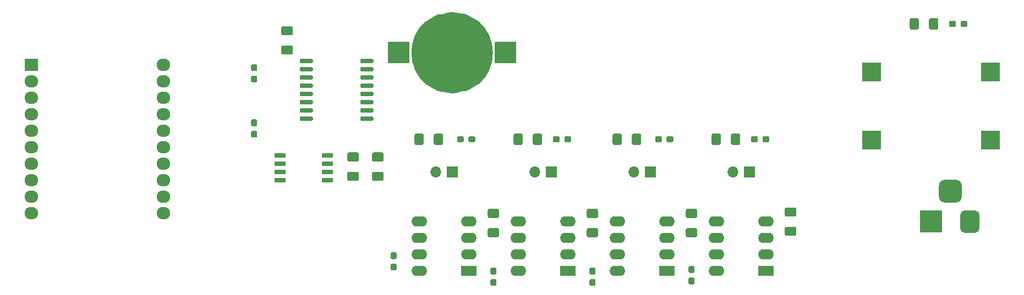
<source format=gts>
G04 #@! TF.GenerationSoftware,KiCad,Pcbnew,(5.1.9)-1*
G04 #@! TF.CreationDate,2021-03-13T10:24:33-05:00*
G04 #@! TF.ProjectId,Aquarium_Dosing_Pump_Controller,41717561-7269-4756-9d5f-446f73696e67,rev?*
G04 #@! TF.SameCoordinates,Original*
G04 #@! TF.FileFunction,Soldermask,Top*
G04 #@! TF.FilePolarity,Negative*
%FSLAX46Y46*%
G04 Gerber Fmt 4.6, Leading zero omitted, Abs format (unit mm)*
G04 Created by KiCad (PCBNEW (5.1.9)-1) date 2021-03-13 10:24:33*
%MOMM*%
%LPD*%
G01*
G04 APERTURE LIST*
%ADD10C,6.282115*%
%ADD11O,2.100000X1.900000*%
%ADD12R,2.100000X1.900000*%
%ADD13R,3.000000X3.000000*%
%ADD14O,2.400000X1.600000*%
%ADD15R,2.400000X1.600000*%
%ADD16R,1.700000X0.650000*%
%ADD17O,1.700000X1.700000*%
%ADD18R,1.700000X1.700000*%
%ADD19R,3.500000X3.500000*%
G04 APERTURE END LIST*
D10*
X125061057Y-80645000D02*
G75*
G03*
X125061057Y-80645000I-3141057J0D01*
G01*
D11*
X77470000Y-105410000D03*
X57150000Y-105410000D03*
X77470000Y-102870000D03*
X57150000Y-102870000D03*
X77470000Y-100330000D03*
X57150000Y-100330000D03*
X77470000Y-97790000D03*
X57150000Y-97790000D03*
X77470000Y-95250000D03*
X57150000Y-95250000D03*
X77470000Y-92710000D03*
X57150000Y-92710000D03*
X77470000Y-90170000D03*
X57150000Y-90170000D03*
X77470000Y-87630000D03*
X57150000Y-87630000D03*
X77470000Y-85090000D03*
X57150000Y-85090000D03*
X77470000Y-82550000D03*
D12*
X57150000Y-82550000D03*
G36*
G01*
X118694200Y-80645000D02*
X118694200Y-80645000D01*
G75*
G02*
X121920000Y-77419200I3225800J0D01*
G01*
X121920000Y-77419200D01*
G75*
G02*
X125145800Y-80645000I0J-3225800D01*
G01*
X125145800Y-80645000D01*
G75*
G02*
X121920000Y-83870800I-3225800J0D01*
G01*
X121920000Y-83870800D01*
G75*
G02*
X118694200Y-80645000I0J3225800D01*
G01*
G37*
G36*
G01*
X112043800Y-82245000D02*
X112043800Y-79045000D01*
G75*
G02*
X112094600Y-78994200I50800J0D01*
G01*
X115294600Y-78994200D01*
G75*
G02*
X115345400Y-79045000I0J-50800D01*
G01*
X115345400Y-82245000D01*
G75*
G02*
X115294600Y-82295800I-50800J0D01*
G01*
X112094600Y-82295800D01*
G75*
G02*
X112043800Y-82245000I0J50800D01*
G01*
G37*
G36*
G01*
X128494600Y-82245000D02*
X128494600Y-79045000D01*
G75*
G02*
X128545400Y-78994200I50800J0D01*
G01*
X131745400Y-78994200D01*
G75*
G02*
X131796200Y-79045000I0J-50800D01*
G01*
X131796200Y-82245000D01*
G75*
G02*
X131745400Y-82295800I-50800J0D01*
G01*
X128545400Y-82295800D01*
G75*
G02*
X128494600Y-82245000I0J50800D01*
G01*
G37*
G36*
G01*
X109865000Y-98982500D02*
X111115000Y-98982500D01*
G75*
G02*
X111365000Y-99232500I0J-250000D01*
G01*
X111365000Y-100157500D01*
G75*
G02*
X111115000Y-100407500I-250000J0D01*
G01*
X109865000Y-100407500D01*
G75*
G02*
X109615000Y-100157500I0J250000D01*
G01*
X109615000Y-99232500D01*
G75*
G02*
X109865000Y-98982500I250000J0D01*
G01*
G37*
G36*
G01*
X109865000Y-96007500D02*
X111115000Y-96007500D01*
G75*
G02*
X111365000Y-96257500I0J-250000D01*
G01*
X111365000Y-97182500D01*
G75*
G02*
X111115000Y-97432500I-250000J0D01*
G01*
X109865000Y-97432500D01*
G75*
G02*
X109615000Y-97182500I0J250000D01*
G01*
X109615000Y-96257500D01*
G75*
G02*
X109865000Y-96007500I250000J0D01*
G01*
G37*
G36*
G01*
X128895000Y-106122500D02*
X127645000Y-106122500D01*
G75*
G02*
X127395000Y-105872500I0J250000D01*
G01*
X127395000Y-104947500D01*
G75*
G02*
X127645000Y-104697500I250000J0D01*
G01*
X128895000Y-104697500D01*
G75*
G02*
X129145000Y-104947500I0J-250000D01*
G01*
X129145000Y-105872500D01*
G75*
G02*
X128895000Y-106122500I-250000J0D01*
G01*
G37*
G36*
G01*
X128895000Y-109097500D02*
X127645000Y-109097500D01*
G75*
G02*
X127395000Y-108847500I0J250000D01*
G01*
X127395000Y-107922500D01*
G75*
G02*
X127645000Y-107672500I250000J0D01*
G01*
X128895000Y-107672500D01*
G75*
G02*
X129145000Y-107922500I0J-250000D01*
G01*
X129145000Y-108847500D01*
G75*
G02*
X128895000Y-109097500I-250000J0D01*
G01*
G37*
G36*
G01*
X159375000Y-106122500D02*
X158125000Y-106122500D01*
G75*
G02*
X157875000Y-105872500I0J250000D01*
G01*
X157875000Y-104947500D01*
G75*
G02*
X158125000Y-104697500I250000J0D01*
G01*
X159375000Y-104697500D01*
G75*
G02*
X159625000Y-104947500I0J-250000D01*
G01*
X159625000Y-105872500D01*
G75*
G02*
X159375000Y-106122500I-250000J0D01*
G01*
G37*
G36*
G01*
X159375000Y-109097500D02*
X158125000Y-109097500D01*
G75*
G02*
X157875000Y-108847500I0J250000D01*
G01*
X157875000Y-107922500D01*
G75*
G02*
X158125000Y-107672500I250000J0D01*
G01*
X159375000Y-107672500D01*
G75*
G02*
X159625000Y-107922500I0J-250000D01*
G01*
X159625000Y-108847500D01*
G75*
G02*
X159375000Y-109097500I-250000J0D01*
G01*
G37*
G36*
G01*
X144135000Y-106122500D02*
X142885000Y-106122500D01*
G75*
G02*
X142635000Y-105872500I0J250000D01*
G01*
X142635000Y-104947500D01*
G75*
G02*
X142885000Y-104697500I250000J0D01*
G01*
X144135000Y-104697500D01*
G75*
G02*
X144385000Y-104947500I0J-250000D01*
G01*
X144385000Y-105872500D01*
G75*
G02*
X144135000Y-106122500I-250000J0D01*
G01*
G37*
G36*
G01*
X144135000Y-109097500D02*
X142885000Y-109097500D01*
G75*
G02*
X142635000Y-108847500I0J250000D01*
G01*
X142635000Y-107922500D01*
G75*
G02*
X142885000Y-107672500I250000J0D01*
G01*
X144135000Y-107672500D01*
G75*
G02*
X144385000Y-107922500I0J-250000D01*
G01*
X144385000Y-108847500D01*
G75*
G02*
X144135000Y-109097500I-250000J0D01*
G01*
G37*
G36*
G01*
X174615000Y-105905000D02*
X173365000Y-105905000D01*
G75*
G02*
X173115000Y-105655000I0J250000D01*
G01*
X173115000Y-104730000D01*
G75*
G02*
X173365000Y-104480000I250000J0D01*
G01*
X174615000Y-104480000D01*
G75*
G02*
X174865000Y-104730000I0J-250000D01*
G01*
X174865000Y-105655000D01*
G75*
G02*
X174615000Y-105905000I-250000J0D01*
G01*
G37*
G36*
G01*
X174615000Y-108880000D02*
X173365000Y-108880000D01*
G75*
G02*
X173115000Y-108630000I0J250000D01*
G01*
X173115000Y-107705000D01*
G75*
G02*
X173365000Y-107455000I250000J0D01*
G01*
X174615000Y-107455000D01*
G75*
G02*
X174865000Y-107705000I0J-250000D01*
G01*
X174865000Y-108630000D01*
G75*
G02*
X174615000Y-108880000I-250000J0D01*
G01*
G37*
G36*
G01*
X107765000Y-82065000D02*
X107765000Y-81765000D01*
G75*
G02*
X107915000Y-81615000I150000J0D01*
G01*
X109665000Y-81615000D01*
G75*
G02*
X109815000Y-81765000I0J-150000D01*
G01*
X109815000Y-82065000D01*
G75*
G02*
X109665000Y-82215000I-150000J0D01*
G01*
X107915000Y-82215000D01*
G75*
G02*
X107765000Y-82065000I0J150000D01*
G01*
G37*
G36*
G01*
X107765000Y-83335000D02*
X107765000Y-83035000D01*
G75*
G02*
X107915000Y-82885000I150000J0D01*
G01*
X109665000Y-82885000D01*
G75*
G02*
X109815000Y-83035000I0J-150000D01*
G01*
X109815000Y-83335000D01*
G75*
G02*
X109665000Y-83485000I-150000J0D01*
G01*
X107915000Y-83485000D01*
G75*
G02*
X107765000Y-83335000I0J150000D01*
G01*
G37*
G36*
G01*
X107765000Y-84605000D02*
X107765000Y-84305000D01*
G75*
G02*
X107915000Y-84155000I150000J0D01*
G01*
X109665000Y-84155000D01*
G75*
G02*
X109815000Y-84305000I0J-150000D01*
G01*
X109815000Y-84605000D01*
G75*
G02*
X109665000Y-84755000I-150000J0D01*
G01*
X107915000Y-84755000D01*
G75*
G02*
X107765000Y-84605000I0J150000D01*
G01*
G37*
G36*
G01*
X107765000Y-85875000D02*
X107765000Y-85575000D01*
G75*
G02*
X107915000Y-85425000I150000J0D01*
G01*
X109665000Y-85425000D01*
G75*
G02*
X109815000Y-85575000I0J-150000D01*
G01*
X109815000Y-85875000D01*
G75*
G02*
X109665000Y-86025000I-150000J0D01*
G01*
X107915000Y-86025000D01*
G75*
G02*
X107765000Y-85875000I0J150000D01*
G01*
G37*
G36*
G01*
X107765000Y-87145000D02*
X107765000Y-86845000D01*
G75*
G02*
X107915000Y-86695000I150000J0D01*
G01*
X109665000Y-86695000D01*
G75*
G02*
X109815000Y-86845000I0J-150000D01*
G01*
X109815000Y-87145000D01*
G75*
G02*
X109665000Y-87295000I-150000J0D01*
G01*
X107915000Y-87295000D01*
G75*
G02*
X107765000Y-87145000I0J150000D01*
G01*
G37*
G36*
G01*
X107765000Y-88415000D02*
X107765000Y-88115000D01*
G75*
G02*
X107915000Y-87965000I150000J0D01*
G01*
X109665000Y-87965000D01*
G75*
G02*
X109815000Y-88115000I0J-150000D01*
G01*
X109815000Y-88415000D01*
G75*
G02*
X109665000Y-88565000I-150000J0D01*
G01*
X107915000Y-88565000D01*
G75*
G02*
X107765000Y-88415000I0J150000D01*
G01*
G37*
G36*
G01*
X107765000Y-89685000D02*
X107765000Y-89385000D01*
G75*
G02*
X107915000Y-89235000I150000J0D01*
G01*
X109665000Y-89235000D01*
G75*
G02*
X109815000Y-89385000I0J-150000D01*
G01*
X109815000Y-89685000D01*
G75*
G02*
X109665000Y-89835000I-150000J0D01*
G01*
X107915000Y-89835000D01*
G75*
G02*
X107765000Y-89685000I0J150000D01*
G01*
G37*
G36*
G01*
X107765000Y-90955000D02*
X107765000Y-90655000D01*
G75*
G02*
X107915000Y-90505000I150000J0D01*
G01*
X109665000Y-90505000D01*
G75*
G02*
X109815000Y-90655000I0J-150000D01*
G01*
X109815000Y-90955000D01*
G75*
G02*
X109665000Y-91105000I-150000J0D01*
G01*
X107915000Y-91105000D01*
G75*
G02*
X107765000Y-90955000I0J150000D01*
G01*
G37*
G36*
G01*
X98465000Y-90955000D02*
X98465000Y-90655000D01*
G75*
G02*
X98615000Y-90505000I150000J0D01*
G01*
X100365000Y-90505000D01*
G75*
G02*
X100515000Y-90655000I0J-150000D01*
G01*
X100515000Y-90955000D01*
G75*
G02*
X100365000Y-91105000I-150000J0D01*
G01*
X98615000Y-91105000D01*
G75*
G02*
X98465000Y-90955000I0J150000D01*
G01*
G37*
G36*
G01*
X98465000Y-89685000D02*
X98465000Y-89385000D01*
G75*
G02*
X98615000Y-89235000I150000J0D01*
G01*
X100365000Y-89235000D01*
G75*
G02*
X100515000Y-89385000I0J-150000D01*
G01*
X100515000Y-89685000D01*
G75*
G02*
X100365000Y-89835000I-150000J0D01*
G01*
X98615000Y-89835000D01*
G75*
G02*
X98465000Y-89685000I0J150000D01*
G01*
G37*
G36*
G01*
X98465000Y-88415000D02*
X98465000Y-88115000D01*
G75*
G02*
X98615000Y-87965000I150000J0D01*
G01*
X100365000Y-87965000D01*
G75*
G02*
X100515000Y-88115000I0J-150000D01*
G01*
X100515000Y-88415000D01*
G75*
G02*
X100365000Y-88565000I-150000J0D01*
G01*
X98615000Y-88565000D01*
G75*
G02*
X98465000Y-88415000I0J150000D01*
G01*
G37*
G36*
G01*
X98465000Y-87145000D02*
X98465000Y-86845000D01*
G75*
G02*
X98615000Y-86695000I150000J0D01*
G01*
X100365000Y-86695000D01*
G75*
G02*
X100515000Y-86845000I0J-150000D01*
G01*
X100515000Y-87145000D01*
G75*
G02*
X100365000Y-87295000I-150000J0D01*
G01*
X98615000Y-87295000D01*
G75*
G02*
X98465000Y-87145000I0J150000D01*
G01*
G37*
G36*
G01*
X98465000Y-85875000D02*
X98465000Y-85575000D01*
G75*
G02*
X98615000Y-85425000I150000J0D01*
G01*
X100365000Y-85425000D01*
G75*
G02*
X100515000Y-85575000I0J-150000D01*
G01*
X100515000Y-85875000D01*
G75*
G02*
X100365000Y-86025000I-150000J0D01*
G01*
X98615000Y-86025000D01*
G75*
G02*
X98465000Y-85875000I0J150000D01*
G01*
G37*
G36*
G01*
X98465000Y-84605000D02*
X98465000Y-84305000D01*
G75*
G02*
X98615000Y-84155000I150000J0D01*
G01*
X100365000Y-84155000D01*
G75*
G02*
X100515000Y-84305000I0J-150000D01*
G01*
X100515000Y-84605000D01*
G75*
G02*
X100365000Y-84755000I-150000J0D01*
G01*
X98615000Y-84755000D01*
G75*
G02*
X98465000Y-84605000I0J150000D01*
G01*
G37*
G36*
G01*
X98465000Y-83335000D02*
X98465000Y-83035000D01*
G75*
G02*
X98615000Y-82885000I150000J0D01*
G01*
X100365000Y-82885000D01*
G75*
G02*
X100515000Y-83035000I0J-150000D01*
G01*
X100515000Y-83335000D01*
G75*
G02*
X100365000Y-83485000I-150000J0D01*
G01*
X98615000Y-83485000D01*
G75*
G02*
X98465000Y-83335000I0J150000D01*
G01*
G37*
G36*
G01*
X98465000Y-82065000D02*
X98465000Y-81765000D01*
G75*
G02*
X98615000Y-81615000I150000J0D01*
G01*
X100365000Y-81615000D01*
G75*
G02*
X100515000Y-81765000I0J-150000D01*
G01*
X100515000Y-82065000D01*
G75*
G02*
X100365000Y-82215000I-150000J0D01*
G01*
X98615000Y-82215000D01*
G75*
G02*
X98465000Y-82065000I0J150000D01*
G01*
G37*
D13*
X204705000Y-94150000D03*
X204705000Y-83650000D03*
X186455000Y-94150000D03*
X186455000Y-83650000D03*
D14*
X147320000Y-114300000D03*
X154940000Y-106680000D03*
X147320000Y-111760000D03*
X154940000Y-109220000D03*
X147320000Y-109220000D03*
X154940000Y-111760000D03*
X147320000Y-106680000D03*
D15*
X154940000Y-114300000D03*
D14*
X132080000Y-114300000D03*
X139700000Y-106680000D03*
X132080000Y-111760000D03*
X139700000Y-109220000D03*
X132080000Y-109220000D03*
X139700000Y-111760000D03*
X132080000Y-106680000D03*
D15*
X139700000Y-114300000D03*
D14*
X116840000Y-114300000D03*
X124460000Y-106680000D03*
X116840000Y-111760000D03*
X124460000Y-109220000D03*
X116840000Y-109220000D03*
X124460000Y-111760000D03*
X116840000Y-106680000D03*
D15*
X124460000Y-114300000D03*
D14*
X162560000Y-114300000D03*
X170180000Y-106680000D03*
X162560000Y-111760000D03*
X170180000Y-109220000D03*
X162560000Y-109220000D03*
X170180000Y-111760000D03*
X162560000Y-106680000D03*
D15*
X170180000Y-114300000D03*
D16*
X102710000Y-96520000D03*
X102710000Y-97790000D03*
X102710000Y-99060000D03*
X102710000Y-100330000D03*
X95410000Y-100330000D03*
X95410000Y-99060000D03*
X95410000Y-97790000D03*
X95410000Y-96520000D03*
G36*
G01*
X91677500Y-91965000D02*
X91202500Y-91965000D01*
G75*
G02*
X90965000Y-91727500I0J237500D01*
G01*
X90965000Y-91152500D01*
G75*
G02*
X91202500Y-90915000I237500J0D01*
G01*
X91677500Y-90915000D01*
G75*
G02*
X91915000Y-91152500I0J-237500D01*
G01*
X91915000Y-91727500D01*
G75*
G02*
X91677500Y-91965000I-237500J0D01*
G01*
G37*
G36*
G01*
X91677500Y-93715000D02*
X91202500Y-93715000D01*
G75*
G02*
X90965000Y-93477500I0J237500D01*
G01*
X90965000Y-92902500D01*
G75*
G02*
X91202500Y-92665000I237500J0D01*
G01*
X91677500Y-92665000D01*
G75*
G02*
X91915000Y-92902500I0J-237500D01*
G01*
X91915000Y-93477500D01*
G75*
G02*
X91677500Y-93715000I-237500J0D01*
G01*
G37*
G36*
G01*
X91202500Y-84170000D02*
X91677500Y-84170000D01*
G75*
G02*
X91915000Y-84407500I0J-237500D01*
G01*
X91915000Y-84982500D01*
G75*
G02*
X91677500Y-85220000I-237500J0D01*
G01*
X91202500Y-85220000D01*
G75*
G02*
X90965000Y-84982500I0J237500D01*
G01*
X90965000Y-84407500D01*
G75*
G02*
X91202500Y-84170000I237500J0D01*
G01*
G37*
G36*
G01*
X91202500Y-82420000D02*
X91677500Y-82420000D01*
G75*
G02*
X91915000Y-82657500I0J-237500D01*
G01*
X91915000Y-83232500D01*
G75*
G02*
X91677500Y-83470000I-237500J0D01*
G01*
X91202500Y-83470000D01*
G75*
G02*
X90965000Y-83232500I0J237500D01*
G01*
X90965000Y-82657500D01*
G75*
G02*
X91202500Y-82420000I237500J0D01*
G01*
G37*
G36*
G01*
X200135000Y-76437500D02*
X200135000Y-75962500D01*
G75*
G02*
X200372500Y-75725000I237500J0D01*
G01*
X200947500Y-75725000D01*
G75*
G02*
X201185000Y-75962500I0J-237500D01*
G01*
X201185000Y-76437500D01*
G75*
G02*
X200947500Y-76675000I-237500J0D01*
G01*
X200372500Y-76675000D01*
G75*
G02*
X200135000Y-76437500I0J237500D01*
G01*
G37*
G36*
G01*
X198385000Y-76437500D02*
X198385000Y-75962500D01*
G75*
G02*
X198622500Y-75725000I237500J0D01*
G01*
X199197500Y-75725000D01*
G75*
G02*
X199435000Y-75962500I0J-237500D01*
G01*
X199435000Y-76437500D01*
G75*
G02*
X199197500Y-76675000I-237500J0D01*
G01*
X198622500Y-76675000D01*
G75*
G02*
X198385000Y-76437500I0J237500D01*
G01*
G37*
G36*
G01*
X154895000Y-94217500D02*
X154895000Y-93742500D01*
G75*
G02*
X155132500Y-93505000I237500J0D01*
G01*
X155707500Y-93505000D01*
G75*
G02*
X155945000Y-93742500I0J-237500D01*
G01*
X155945000Y-94217500D01*
G75*
G02*
X155707500Y-94455000I-237500J0D01*
G01*
X155132500Y-94455000D01*
G75*
G02*
X154895000Y-94217500I0J237500D01*
G01*
G37*
G36*
G01*
X153145000Y-94217500D02*
X153145000Y-93742500D01*
G75*
G02*
X153382500Y-93505000I237500J0D01*
G01*
X153957500Y-93505000D01*
G75*
G02*
X154195000Y-93742500I0J-237500D01*
G01*
X154195000Y-94217500D01*
G75*
G02*
X153957500Y-94455000I-237500J0D01*
G01*
X153382500Y-94455000D01*
G75*
G02*
X153145000Y-94217500I0J237500D01*
G01*
G37*
G36*
G01*
X139175000Y-94217500D02*
X139175000Y-93742500D01*
G75*
G02*
X139412500Y-93505000I237500J0D01*
G01*
X139987500Y-93505000D01*
G75*
G02*
X140225000Y-93742500I0J-237500D01*
G01*
X140225000Y-94217500D01*
G75*
G02*
X139987500Y-94455000I-237500J0D01*
G01*
X139412500Y-94455000D01*
G75*
G02*
X139175000Y-94217500I0J237500D01*
G01*
G37*
G36*
G01*
X137425000Y-94217500D02*
X137425000Y-93742500D01*
G75*
G02*
X137662500Y-93505000I237500J0D01*
G01*
X138237500Y-93505000D01*
G75*
G02*
X138475000Y-93742500I0J-237500D01*
G01*
X138475000Y-94217500D01*
G75*
G02*
X138237500Y-94455000I-237500J0D01*
G01*
X137662500Y-94455000D01*
G75*
G02*
X137425000Y-94217500I0J237500D01*
G01*
G37*
G36*
G01*
X124415000Y-94217500D02*
X124415000Y-93742500D01*
G75*
G02*
X124652500Y-93505000I237500J0D01*
G01*
X125227500Y-93505000D01*
G75*
G02*
X125465000Y-93742500I0J-237500D01*
G01*
X125465000Y-94217500D01*
G75*
G02*
X125227500Y-94455000I-237500J0D01*
G01*
X124652500Y-94455000D01*
G75*
G02*
X124415000Y-94217500I0J237500D01*
G01*
G37*
G36*
G01*
X122665000Y-94217500D02*
X122665000Y-93742500D01*
G75*
G02*
X122902500Y-93505000I237500J0D01*
G01*
X123477500Y-93505000D01*
G75*
G02*
X123715000Y-93742500I0J-237500D01*
G01*
X123715000Y-94217500D01*
G75*
G02*
X123477500Y-94455000I-237500J0D01*
G01*
X122902500Y-94455000D01*
G75*
G02*
X122665000Y-94217500I0J237500D01*
G01*
G37*
G36*
G01*
X169655000Y-94217500D02*
X169655000Y-93742500D01*
G75*
G02*
X169892500Y-93505000I237500J0D01*
G01*
X170467500Y-93505000D01*
G75*
G02*
X170705000Y-93742500I0J-237500D01*
G01*
X170705000Y-94217500D01*
G75*
G02*
X170467500Y-94455000I-237500J0D01*
G01*
X169892500Y-94455000D01*
G75*
G02*
X169655000Y-94217500I0J237500D01*
G01*
G37*
G36*
G01*
X167905000Y-94217500D02*
X167905000Y-93742500D01*
G75*
G02*
X168142500Y-93505000I237500J0D01*
G01*
X168717500Y-93505000D01*
G75*
G02*
X168955000Y-93742500I0J-237500D01*
G01*
X168955000Y-94217500D01*
G75*
G02*
X168717500Y-94455000I-237500J0D01*
G01*
X168142500Y-94455000D01*
G75*
G02*
X167905000Y-94217500I0J237500D01*
G01*
G37*
G36*
G01*
X143272500Y-115525000D02*
X143747500Y-115525000D01*
G75*
G02*
X143985000Y-115762500I0J-237500D01*
G01*
X143985000Y-116337500D01*
G75*
G02*
X143747500Y-116575000I-237500J0D01*
G01*
X143272500Y-116575000D01*
G75*
G02*
X143035000Y-116337500I0J237500D01*
G01*
X143035000Y-115762500D01*
G75*
G02*
X143272500Y-115525000I237500J0D01*
G01*
G37*
G36*
G01*
X143272500Y-113775000D02*
X143747500Y-113775000D01*
G75*
G02*
X143985000Y-114012500I0J-237500D01*
G01*
X143985000Y-114587500D01*
G75*
G02*
X143747500Y-114825000I-237500J0D01*
G01*
X143272500Y-114825000D01*
G75*
G02*
X143035000Y-114587500I0J237500D01*
G01*
X143035000Y-114012500D01*
G75*
G02*
X143272500Y-113775000I237500J0D01*
G01*
G37*
G36*
G01*
X128032500Y-115525000D02*
X128507500Y-115525000D01*
G75*
G02*
X128745000Y-115762500I0J-237500D01*
G01*
X128745000Y-116337500D01*
G75*
G02*
X128507500Y-116575000I-237500J0D01*
G01*
X128032500Y-116575000D01*
G75*
G02*
X127795000Y-116337500I0J237500D01*
G01*
X127795000Y-115762500D01*
G75*
G02*
X128032500Y-115525000I237500J0D01*
G01*
G37*
G36*
G01*
X128032500Y-113775000D02*
X128507500Y-113775000D01*
G75*
G02*
X128745000Y-114012500I0J-237500D01*
G01*
X128745000Y-114587500D01*
G75*
G02*
X128507500Y-114825000I-237500J0D01*
G01*
X128032500Y-114825000D01*
G75*
G02*
X127795000Y-114587500I0J237500D01*
G01*
X127795000Y-114012500D01*
G75*
G02*
X128032500Y-113775000I237500J0D01*
G01*
G37*
G36*
G01*
X112665500Y-113140000D02*
X113140500Y-113140000D01*
G75*
G02*
X113378000Y-113377500I0J-237500D01*
G01*
X113378000Y-113952500D01*
G75*
G02*
X113140500Y-114190000I-237500J0D01*
G01*
X112665500Y-114190000D01*
G75*
G02*
X112428000Y-113952500I0J237500D01*
G01*
X112428000Y-113377500D01*
G75*
G02*
X112665500Y-113140000I237500J0D01*
G01*
G37*
G36*
G01*
X112665500Y-111390000D02*
X113140500Y-111390000D01*
G75*
G02*
X113378000Y-111627500I0J-237500D01*
G01*
X113378000Y-112202500D01*
G75*
G02*
X113140500Y-112440000I-237500J0D01*
G01*
X112665500Y-112440000D01*
G75*
G02*
X112428000Y-112202500I0J237500D01*
G01*
X112428000Y-111627500D01*
G75*
G02*
X112665500Y-111390000I237500J0D01*
G01*
G37*
G36*
G01*
X158512500Y-115285000D02*
X158987500Y-115285000D01*
G75*
G02*
X159225000Y-115522500I0J-237500D01*
G01*
X159225000Y-116097500D01*
G75*
G02*
X158987500Y-116335000I-237500J0D01*
G01*
X158512500Y-116335000D01*
G75*
G02*
X158275000Y-116097500I0J237500D01*
G01*
X158275000Y-115522500D01*
G75*
G02*
X158512500Y-115285000I237500J0D01*
G01*
G37*
G36*
G01*
X158512500Y-113535000D02*
X158987500Y-113535000D01*
G75*
G02*
X159225000Y-113772500I0J-237500D01*
G01*
X159225000Y-114347500D01*
G75*
G02*
X158987500Y-114585000I-237500J0D01*
G01*
X158512500Y-114585000D01*
G75*
G02*
X158275000Y-114347500I0J237500D01*
G01*
X158275000Y-113772500D01*
G75*
G02*
X158512500Y-113535000I237500J0D01*
G01*
G37*
D17*
X149860000Y-99060000D03*
D18*
X152400000Y-99060000D03*
D17*
X134620000Y-99060000D03*
D18*
X137160000Y-99060000D03*
D17*
X119380000Y-99060000D03*
D18*
X121920000Y-99060000D03*
D17*
X165100000Y-99060000D03*
D18*
X167640000Y-99060000D03*
G36*
G01*
X200330000Y-101105000D02*
X200330000Y-102855000D01*
G75*
G02*
X199455000Y-103730000I-875000J0D01*
G01*
X197705000Y-103730000D01*
G75*
G02*
X196830000Y-102855000I0J875000D01*
G01*
X196830000Y-101105000D01*
G75*
G02*
X197705000Y-100230000I875000J0D01*
G01*
X199455000Y-100230000D01*
G75*
G02*
X200330000Y-101105000I0J-875000D01*
G01*
G37*
G36*
G01*
X203080000Y-105680000D02*
X203080000Y-107680000D01*
G75*
G02*
X202330000Y-108430000I-750000J0D01*
G01*
X200830000Y-108430000D01*
G75*
G02*
X200080000Y-107680000I0J750000D01*
G01*
X200080000Y-105680000D01*
G75*
G02*
X200830000Y-104930000I750000J0D01*
G01*
X202330000Y-104930000D01*
G75*
G02*
X203080000Y-105680000I0J-750000D01*
G01*
G37*
D19*
X195580000Y-106680000D03*
G36*
G01*
X193752500Y-75575000D02*
X193752500Y-76825000D01*
G75*
G02*
X193502500Y-77075000I-250000J0D01*
G01*
X192577500Y-77075000D01*
G75*
G02*
X192327500Y-76825000I0J250000D01*
G01*
X192327500Y-75575000D01*
G75*
G02*
X192577500Y-75325000I250000J0D01*
G01*
X193502500Y-75325000D01*
G75*
G02*
X193752500Y-75575000I0J-250000D01*
G01*
G37*
G36*
G01*
X196727500Y-75575000D02*
X196727500Y-76825000D01*
G75*
G02*
X196477500Y-77075000I-250000J0D01*
G01*
X195552500Y-77075000D01*
G75*
G02*
X195302500Y-76825000I0J250000D01*
G01*
X195302500Y-75575000D01*
G75*
G02*
X195552500Y-75325000I250000J0D01*
G01*
X196477500Y-75325000D01*
G75*
G02*
X196727500Y-75575000I0J-250000D01*
G01*
G37*
G36*
G01*
X148032500Y-93355000D02*
X148032500Y-94605000D01*
G75*
G02*
X147782500Y-94855000I-250000J0D01*
G01*
X146857500Y-94855000D01*
G75*
G02*
X146607500Y-94605000I0J250000D01*
G01*
X146607500Y-93355000D01*
G75*
G02*
X146857500Y-93105000I250000J0D01*
G01*
X147782500Y-93105000D01*
G75*
G02*
X148032500Y-93355000I0J-250000D01*
G01*
G37*
G36*
G01*
X151007500Y-93355000D02*
X151007500Y-94605000D01*
G75*
G02*
X150757500Y-94855000I-250000J0D01*
G01*
X149832500Y-94855000D01*
G75*
G02*
X149582500Y-94605000I0J250000D01*
G01*
X149582500Y-93355000D01*
G75*
G02*
X149832500Y-93105000I250000J0D01*
G01*
X150757500Y-93105000D01*
G75*
G02*
X151007500Y-93355000I0J-250000D01*
G01*
G37*
G36*
G01*
X132792500Y-93355000D02*
X132792500Y-94605000D01*
G75*
G02*
X132542500Y-94855000I-250000J0D01*
G01*
X131617500Y-94855000D01*
G75*
G02*
X131367500Y-94605000I0J250000D01*
G01*
X131367500Y-93355000D01*
G75*
G02*
X131617500Y-93105000I250000J0D01*
G01*
X132542500Y-93105000D01*
G75*
G02*
X132792500Y-93355000I0J-250000D01*
G01*
G37*
G36*
G01*
X135767500Y-93355000D02*
X135767500Y-94605000D01*
G75*
G02*
X135517500Y-94855000I-250000J0D01*
G01*
X134592500Y-94855000D01*
G75*
G02*
X134342500Y-94605000I0J250000D01*
G01*
X134342500Y-93355000D01*
G75*
G02*
X134592500Y-93105000I250000J0D01*
G01*
X135517500Y-93105000D01*
G75*
G02*
X135767500Y-93355000I0J-250000D01*
G01*
G37*
G36*
G01*
X117552500Y-93355000D02*
X117552500Y-94605000D01*
G75*
G02*
X117302500Y-94855000I-250000J0D01*
G01*
X116377500Y-94855000D01*
G75*
G02*
X116127500Y-94605000I0J250000D01*
G01*
X116127500Y-93355000D01*
G75*
G02*
X116377500Y-93105000I250000J0D01*
G01*
X117302500Y-93105000D01*
G75*
G02*
X117552500Y-93355000I0J-250000D01*
G01*
G37*
G36*
G01*
X120527500Y-93355000D02*
X120527500Y-94605000D01*
G75*
G02*
X120277500Y-94855000I-250000J0D01*
G01*
X119352500Y-94855000D01*
G75*
G02*
X119102500Y-94605000I0J250000D01*
G01*
X119102500Y-93355000D01*
G75*
G02*
X119352500Y-93105000I250000J0D01*
G01*
X120277500Y-93105000D01*
G75*
G02*
X120527500Y-93355000I0J-250000D01*
G01*
G37*
G36*
G01*
X163272500Y-93355000D02*
X163272500Y-94605000D01*
G75*
G02*
X163022500Y-94855000I-250000J0D01*
G01*
X162097500Y-94855000D01*
G75*
G02*
X161847500Y-94605000I0J250000D01*
G01*
X161847500Y-93355000D01*
G75*
G02*
X162097500Y-93105000I250000J0D01*
G01*
X163022500Y-93105000D01*
G75*
G02*
X163272500Y-93355000I0J-250000D01*
G01*
G37*
G36*
G01*
X166247500Y-93355000D02*
X166247500Y-94605000D01*
G75*
G02*
X165997500Y-94855000I-250000J0D01*
G01*
X165072500Y-94855000D01*
G75*
G02*
X164822500Y-94605000I0J250000D01*
G01*
X164822500Y-93355000D01*
G75*
G02*
X165072500Y-93105000I250000J0D01*
G01*
X165997500Y-93105000D01*
G75*
G02*
X166247500Y-93355000I0J-250000D01*
G01*
G37*
G36*
G01*
X97145000Y-77965000D02*
X95895000Y-77965000D01*
G75*
G02*
X95645000Y-77715000I0J250000D01*
G01*
X95645000Y-76790000D01*
G75*
G02*
X95895000Y-76540000I250000J0D01*
G01*
X97145000Y-76540000D01*
G75*
G02*
X97395000Y-76790000I0J-250000D01*
G01*
X97395000Y-77715000D01*
G75*
G02*
X97145000Y-77965000I-250000J0D01*
G01*
G37*
G36*
G01*
X97145000Y-80940000D02*
X95895000Y-80940000D01*
G75*
G02*
X95645000Y-80690000I0J250000D01*
G01*
X95645000Y-79765000D01*
G75*
G02*
X95895000Y-79515000I250000J0D01*
G01*
X97145000Y-79515000D01*
G75*
G02*
X97395000Y-79765000I0J-250000D01*
G01*
X97395000Y-80690000D01*
G75*
G02*
X97145000Y-80940000I-250000J0D01*
G01*
G37*
G36*
G01*
X106055000Y-98982500D02*
X107305000Y-98982500D01*
G75*
G02*
X107555000Y-99232500I0J-250000D01*
G01*
X107555000Y-100157500D01*
G75*
G02*
X107305000Y-100407500I-250000J0D01*
G01*
X106055000Y-100407500D01*
G75*
G02*
X105805000Y-100157500I0J250000D01*
G01*
X105805000Y-99232500D01*
G75*
G02*
X106055000Y-98982500I250000J0D01*
G01*
G37*
G36*
G01*
X106055000Y-96007500D02*
X107305000Y-96007500D01*
G75*
G02*
X107555000Y-96257500I0J-250000D01*
G01*
X107555000Y-97182500D01*
G75*
G02*
X107305000Y-97432500I-250000J0D01*
G01*
X106055000Y-97432500D01*
G75*
G02*
X105805000Y-97182500I0J250000D01*
G01*
X105805000Y-96257500D01*
G75*
G02*
X106055000Y-96007500I250000J0D01*
G01*
G37*
M02*

</source>
